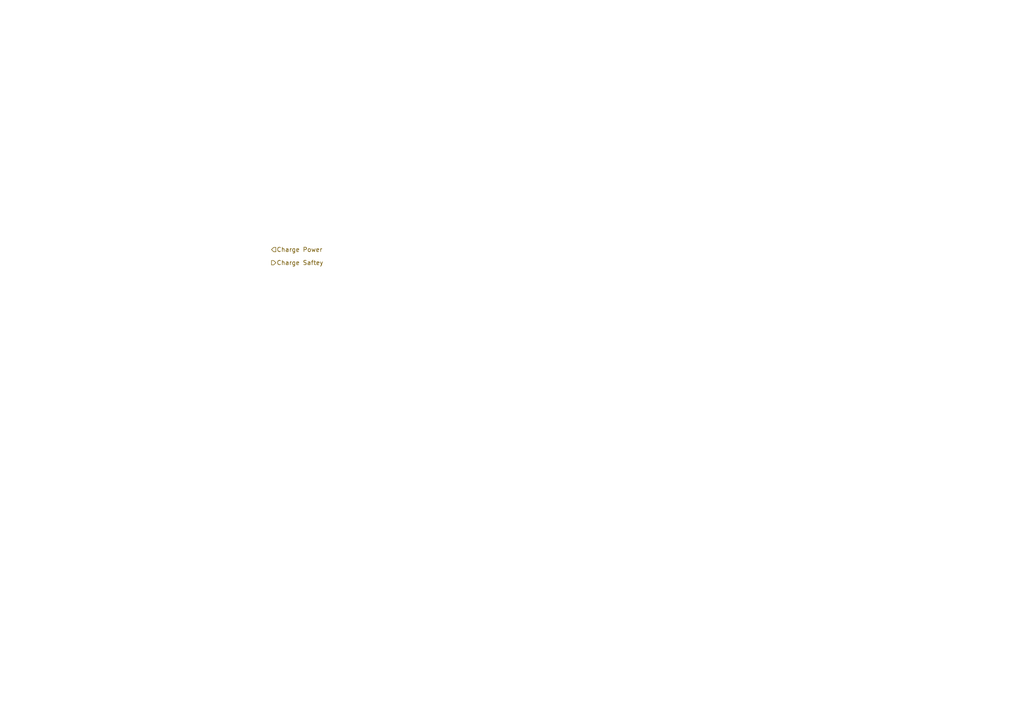
<source format=kicad_sch>
(kicad_sch (version 20211123) (generator eeschema)
  (paper "A4")
  (lib_symbols)
  (hierarchical_label "Charge Saftey" (shape output) (at 78.74 76.2 0))
  (hierarchical_label "Charge Power" (shape input) (at 78.74 72.39 0))
)
</source>
